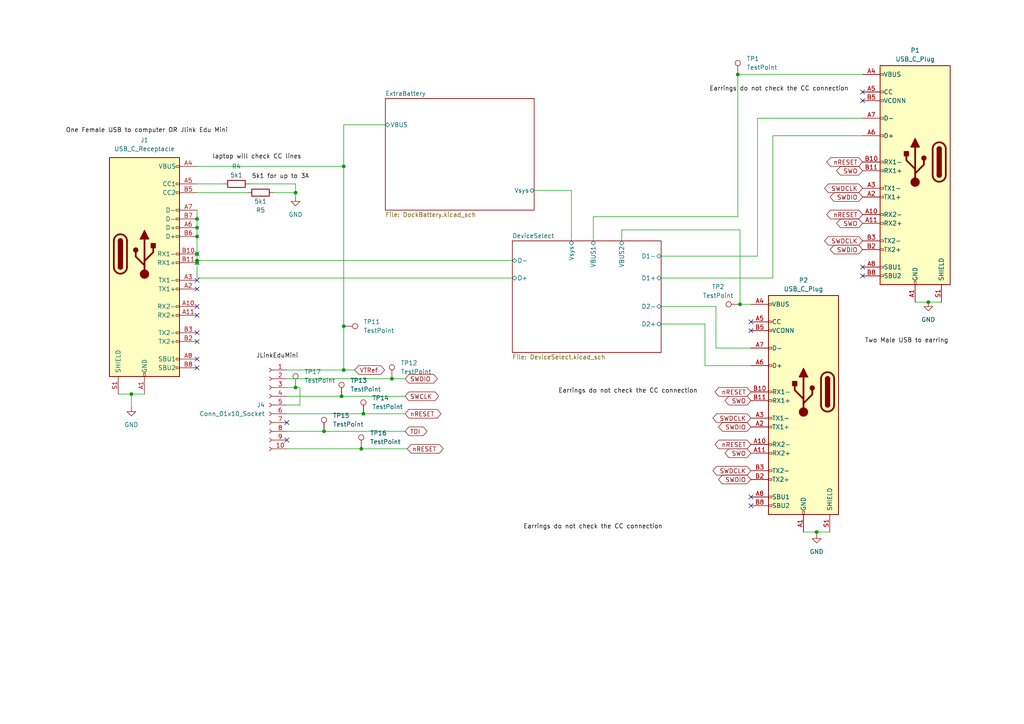
<source format=kicad_sch>
(kicad_sch (version 20230121) (generator eeschema)
  (paper "A4")
  (lib_symbols
    (symbol "Connector:Conn_01x10_Socket" (pin_names (offset 1.016) hide)
      (property "Reference" "J" (at 0 12.7 0))
      (property "Value" "Conn_01x10_Socket" (at 0 -15.24 0))
      (symbol "Conn_01x10_Socket_1_1"
        (arc (start 0 -12.192) (mid -0.5058 -12.7) (end 0 -13.208) (stroke (width 0.1524)))
        (arc (start 0 -9.652) (mid -0.5058 -10.16) (end 0 -10.668) (stroke (width 0.1524)))
        (arc (start 0 -7.112) (mid -0.5058 -7.62) (end 0 -8.128) (stroke (width 0.1524)))
        (arc (start 0 -4.572) (mid -0.5058 -5.08) (end 0 -5.588) (stroke (width 0.1524)))
        (arc (start 0 -2.032) (mid -0.5058 -2.54) (end 0 -3.048) (stroke (width 0.1524)))
        (polyline (pts (xy -1.27 -12.7) (xy -0.508 -12.7)) (stroke (width 0.1524)))
        (polyline (pts (xy -1.27 -10.16) (xy -0.508 -10.16)) (stroke (width 0.1524)))
        (polyline (pts (xy -1.27 -7.62) (xy -0.508 -7.62)) (stroke (width 0.1524)))
        (polyline (pts (xy -1.27 -5.08) (xy -0.508 -5.08)) (stroke (width 0.1524)))
        (polyline (pts (xy -1.27 -2.54) (xy -0.508 -2.54)) (stroke (width 0.1524)))
        (polyline (pts (xy -1.27 0) (xy -0.508 0)) (stroke (width 0.1524)))
        (polyline (pts (xy -1.27 2.54) (xy -0.508 2.54)) (stroke (width 0.1524)))
        (polyline (pts (xy -1.27 5.08) (xy -0.508 5.08)) (stroke (width 0.1524)))
        (polyline (pts (xy -1.27 7.62) (xy -0.508 7.62)) (stroke (width 0.1524)))
        (polyline (pts (xy -1.27 10.16) (xy -0.508 10.16)) (stroke (width 0.1524)))
        (arc (start 0 0.508) (mid -0.5058 0) (end 0 -0.508) (stroke (width 0.1524)))
        (arc (start 0 3.048) (mid -0.5058 2.54) (end 0 2.032) (stroke (width 0.1524)))
        (arc (start 0 5.588) (mid -0.5058 5.08) (end 0 4.572) (stroke (width 0.1524)))
        (arc (start 0 8.128) (mid -0.5058 7.62) (end 0 7.112) (stroke (width 0.1524)))
        (arc (start 0 10.668) (mid -0.5058 10.16) (end 0 9.652) (stroke (width 0.1524)))
        (pin passive line (at -5.08 10.16 0) (length 3.81) (name "Pin_1") (number "1"))
        (pin passive line (at -5.08 -12.7 0) (length 3.81) (name "Pin_10") (number "10"))
        (pin passive line (at -5.08 7.62 0) (length 3.81) (name "Pin_2") (number "2"))
        (pin passive line (at -5.08 5.08 0) (length 3.81) (name "Pin_3") (number "3"))
        (pin passive line (at -5.08 2.54 0) (length 3.81) (name "Pin_4") (number "4"))
        (pin passive line (at -5.08 0 0) (length 3.81) (name "Pin_5") (number "5"))
        (pin passive line (at -5.08 -2.54 0) (length 3.81) (name "Pin_6") (number "6"))
        (pin passive line (at -5.08 -5.08 0) (length 3.81) (name "Pin_7") (number "7"))
        (pin passive line (at -5.08 -7.62 0) (length 3.81) (name "Pin_8") (number "8"))
        (pin passive line (at -5.08 -10.16 0) (length 3.81) (name "Pin_9") (number "9"))
      )
    )
    (symbol "Connector:TestPoint" (pin_numbers hide) (pin_names (offset 0.762) hide)
      (property "Reference" "TP" (at 0 6.858 0))
      (property "Value" "TestPoint" (at 0 5.08 0))
      (symbol "TestPoint_0_1"
        (circle (center 0 3.302) (radius 0.762))
      )
      (symbol "TestPoint_1_1"
        (pin passive line (at 0 0 90) (length 2.54) (name "1") (number "1"))
      )
    )
    (symbol "Connector:USB_C_Plug" (pin_names (offset 1.016))
      (property "Reference" "P" (at -10.16 29.21 0))
      (property "Value" "USB_C_Plug" (at 10.16 29.21 0))
      (symbol "USB_C_Plug_0_0"
        (rectangle (start -0.254 -35.56) (end 0.254 -34.544))
        (rectangle (start 10.16 -32.766) (end 9.144 -33.274))
        (rectangle (start 10.16 -30.226) (end 9.144 -30.734))
        (rectangle (start 10.16 -25.146) (end 9.144 -25.654))
        (rectangle (start 10.16 -22.606) (end 9.144 -23.114))
        (rectangle (start 10.16 -17.526) (end 9.144 -18.034))
        (rectangle (start 10.16 -14.986) (end 9.144 -15.494))
        (rectangle (start 10.16 -9.906) (end 9.144 -10.414))
        (rectangle (start 10.16 -7.366) (end 9.144 -7.874))
        (rectangle (start 10.16 -2.286) (end 9.144 -2.794))
        (rectangle (start 10.16 0.254) (end 9.144 -0.254))
        (rectangle (start 10.16 7.874) (end 9.144 7.366))
        (rectangle (start 10.16 12.954) (end 9.144 12.446))
        (rectangle (start 10.16 18.034) (end 9.144 17.526))
        (rectangle (start 10.16 20.574) (end 9.144 20.066))
        (rectangle (start 10.16 25.654) (end 9.144 25.146))
      )
      (symbol "USB_C_Plug_0_1"
        (rectangle (start -10.16 27.94) (end 10.16 -35.56) (stroke (width 0.254)) (fill (type background)))
        (arc (start -8.89 -3.81) (mid -6.985 -5.7067) (end -5.08 -3.81) (stroke (width 0.508)))
        (arc (start -7.62 -3.81) (mid -6.985 -4.4423) (end -6.35 -3.81) (stroke (width 0.254)))
        (arc (start -7.62 -3.81) (mid -6.985 -4.4423) (end -6.35 -3.81) (stroke (width 0.254)) (fill (type outline)))
        (rectangle (start -7.62 -3.81) (end -6.35 3.81) (stroke (width 0.254)) (fill (type outline)))
        (arc (start -6.35 3.81) (mid -6.985 4.4423) (end -7.62 3.81) (stroke (width 0.254)))
        (arc (start -6.35 3.81) (mid -6.985 4.4423) (end -7.62 3.81) (stroke (width 0.254)) (fill (type outline)))
        (arc (start -5.08 3.81) (mid -6.985 5.7067) (end -8.89 3.81) (stroke (width 0.508)))
        (polyline (pts (xy -8.89 -3.81) (xy -8.89 3.81)) (stroke (width 0.508)))
        (polyline (pts (xy -5.08 3.81) (xy -5.08 -3.81)) (stroke (width 0.508)))
      )
      (symbol "USB_C_Plug_1_1"
        (circle (center -2.54 1.143) (radius 0.635) (stroke (width 0.254)) (fill (type outline)))
        (circle (center 0 -5.842) (radius 1.27) (fill (type outline)))
        (polyline (pts (xy 0 -5.842) (xy 0 4.318)) (stroke (width 0.508)))
        (polyline (pts (xy 0 -3.302) (xy -2.54 -0.762) (xy -2.54 0.508)) (stroke (width 0.508)))
        (polyline (pts (xy 0 -2.032) (xy 2.54 0.508) (xy 2.54 1.778)) (stroke (width 0.508)))
        (polyline (pts (xy -1.27 4.318) (xy 0 6.858) (xy 1.27 4.318) (xy -1.27 4.318)) (stroke (width 0.254)) (fill (type outline)))
        (rectangle (start 1.905 1.778) (end 3.175 3.048) (stroke (width 0.254)) (fill (type outline)))
        (pin passive line (at 0 -40.64 90) (length 5.08) (name "GND") (number "A1"))
        (pin bidirectional line (at 15.24 -15.24 180) (length 5.08) (name "RX2-") (number "A10"))
        (pin bidirectional line (at 15.24 -17.78 180) (length 5.08) (name "RX2+") (number "A11"))
        (pin passive line (at 0 -40.64 90) (length 5.08) hide (name "GND") (number "A12"))
        (pin bidirectional line (at 15.24 -10.16 180) (length 5.08) (name "TX1+") (number "A2"))
        (pin bidirectional line (at 15.24 -7.62 180) (length 5.08) (name "TX1-") (number "A3"))
        (pin passive line (at 15.24 25.4 180) (length 5.08) (name "VBUS") (number "A4"))
        (pin bidirectional line (at 15.24 20.32 180) (length 5.08) (name "CC") (number "A5"))
        (pin bidirectional line (at 15.24 7.62 180) (length 5.08) (name "D+") (number "A6"))
        (pin bidirectional line (at 15.24 12.7 180) (length 5.08) (name "D-") (number "A7"))
        (pin bidirectional line (at 15.24 -30.48 180) (length 5.08) (name "SBU1") (number "A8"))
        (pin passive line (at 15.24 25.4 180) (length 5.08) hide (name "VBUS") (number "A9"))
        (pin passive line (at 0 -40.64 90) (length 5.08) hide (name "GND") (number "B1"))
        (pin bidirectional line (at 15.24 0 180) (length 5.08) (name "RX1-") (number "B10"))
        (pin bidirectional line (at 15.24 -2.54 180) (length 5.08) (name "RX1+") (number "B11"))
        (pin passive line (at 0 -40.64 90) (length 5.08) hide (name "GND") (number "B12"))
        (pin bidirectional line (at 15.24 -25.4 180) (length 5.08) (name "TX2+") (number "B2"))
        (pin bidirectional line (at 15.24 -22.86 180) (length 5.08) (name "TX2-") (number "B3"))
        (pin passive line (at 15.24 25.4 180) (length 5.08) hide (name "VBUS") (number "B4"))
        (pin bidirectional line (at 15.24 17.78 180) (length 5.08) (name "VCONN") (number "B5"))
        (pin bidirectional line (at 15.24 -33.02 180) (length 5.08) (name "SBU2") (number "B8"))
        (pin passive line (at 15.24 25.4 180) (length 5.08) hide (name "VBUS") (number "B9"))
        (pin passive line (at -7.62 -40.64 90) (length 5.08) (name "SHIELD") (number "S1"))
      )
    )
    (symbol "Connector:USB_C_Receptacle" (pin_names (offset 1.016))
      (property "Reference" "J" (at -10.16 29.21 0))
      (property "Value" "USB_C_Receptacle" (at 10.16 29.21 0))
      (symbol "USB_C_Receptacle_0_0"
        (rectangle (start -0.254 -35.56) (end 0.254 -34.544))
        (rectangle (start 10.16 -32.766) (end 9.144 -33.274))
        (rectangle (start 10.16 -30.226) (end 9.144 -30.734))
        (rectangle (start 10.16 -25.146) (end 9.144 -25.654))
        (rectangle (start 10.16 -22.606) (end 9.144 -23.114))
        (rectangle (start 10.16 -17.526) (end 9.144 -18.034))
        (rectangle (start 10.16 -14.986) (end 9.144 -15.494))
        (rectangle (start 10.16 -9.906) (end 9.144 -10.414))
        (rectangle (start 10.16 -7.366) (end 9.144 -7.874))
        (rectangle (start 10.16 -2.286) (end 9.144 -2.794))
        (rectangle (start 10.16 0.254) (end 9.144 -0.254))
        (rectangle (start 10.16 5.334) (end 9.144 4.826))
        (rectangle (start 10.16 7.874) (end 9.144 7.366))
        (rectangle (start 10.16 10.414) (end 9.144 9.906))
        (rectangle (start 10.16 12.954) (end 9.144 12.446))
        (rectangle (start 10.16 18.034) (end 9.144 17.526))
        (rectangle (start 10.16 20.574) (end 9.144 20.066))
        (rectangle (start 10.16 25.654) (end 9.144 25.146))
      )
      (symbol "USB_C_Receptacle_0_1"
        (rectangle (start -10.16 27.94) (end 10.16 -35.56) (stroke (width 0.254)) (fill (type background)))
        (arc (start -8.89 -3.81) (mid -6.985 -5.7067) (end -5.08 -3.81) (stroke (width 0.508)))
        (arc (start -7.62 -3.81) (mid -6.985 -4.4423) (end -6.35 -3.81) (stroke (width 0.254)))
        (arc (start -7.62 -3.81) (mid -6.985 -4.4423) (end -6.35 -3.81) (stroke (width 0.254)) (fill (type outline)))
        (rectangle (start -7.62 -3.81) (end -6.35 3.81) (stroke (width 0.254)) (fill (type outline)))
        (arc (start -6.35 3.81) (mid -6.985 4.4423) (end -7.62 3.81) (stroke (width 0.254)))
        (arc (start -6.35 3.81) (mid -6.985 4.4423) (end -7.62 3.81) (stroke (width 0.254)) (fill (type outline)))
        (arc (start -5.08 3.81) (mid -6.985 5.7067) (end -8.89 3.81) (stroke (width 0.508)))
        (polyline (pts (xy -8.89 -3.81) (xy -8.89 3.81)) (stroke (width 0.508)))
        (polyline (pts (xy -5.08 3.81) (xy -5.08 -3.81)) (stroke (width 0.508)))
      )
      (symbol "USB_C_Receptacle_1_1"
        (circle (center -2.54 1.143) (radius 0.635) (stroke (width 0.254)) (fill (type outline)))
        (circle (center 0 -5.842) (radius 1.27) (fill (type outline)))
        (polyline (pts (xy 0 -5.842) (xy 0 4.318)) (stroke (width 0.508)))
        (polyline (pts (xy 0 -3.302) (xy -2.54 -0.762) (xy -2.54 0.508)) (stroke (width 0.508)))
        (polyline (pts (xy 0 -2.032) (xy 2.54 0.508) (xy 2.54 1.778)) (stroke (width 0.508)))
        (polyline (pts (xy -1.27 4.318) (xy 0 6.858) (xy 1.27 4.318) (xy -1.27 4.318)) (stroke (width 0.254)) (fill (type outline)))
        (rectangle (start 1.905 1.778) (end 3.175 3.048) (stroke (width 0.254)) (fill (type outline)))
        (pin passive line (at 0 -40.64 90) (length 5.08) (name "GND") (number "A1"))
        (pin bidirectional line (at 15.24 -15.24 180) (length 5.08) (name "RX2-") (number "A10"))
        (pin bidirectional line (at 15.24 -17.78 180) (length 5.08) (name "RX2+") (number "A11"))
        (pin passive line (at 0 -40.64 90) (length 5.08) hide (name "GND") (number "A12"))
        (pin bidirectional line (at 15.24 -10.16 180) (length 5.08) (name "TX1+") (number "A2"))
        (pin bidirectional line (at 15.24 -7.62 180) (length 5.08) (name "TX1-") (number "A3"))
        (pin passive line (at 15.24 25.4 180) (length 5.08) (name "VBUS") (number "A4"))
        (pin bidirectional line (at 15.24 20.32 180) (length 5.08) (name "CC1") (number "A5"))
        (pin bidirectional line (at 15.24 7.62 180) (length 5.08) (name "D+") (number "A6"))
        (pin bidirectional line (at 15.24 12.7 180) (length 5.08) (name "D-") (number "A7"))
        (pin bidirectional line (at 15.24 -30.48 180) (length 5.08) (name "SBU1") (number "A8"))
        (pin passive line (at 15.24 25.4 180) (length 5.08) hide (name "VBUS") (number "A9"))
        (pin passive line (at 0 -40.64 90) (length 5.08) hide (name "GND") (number "B1"))
        (pin bidirectional line (at 15.24 0 180) (length 5.08) (name "RX1-") (number "B10"))
        (pin bidirectional line (at 15.24 -2.54 180) (length 5.08) (name "RX1+") (number "B11"))
        (pin passive line (at 0 -40.64 90) (length 5.08) hide (name "GND") (number "B12"))
        (pin bidirectional line (at 15.24 -25.4 180) (length 5.08) (name "TX2+") (number "B2"))
        (pin bidirectional line (at 15.24 -22.86 180) (length 5.08) (name "TX2-") (number "B3"))
        (pin passive line (at 15.24 25.4 180) (length 5.08) hide (name "VBUS") (number "B4"))
        (pin bidirectional line (at 15.24 17.78 180) (length 5.08) (name "CC2") (number "B5"))
        (pin bidirectional line (at 15.24 5.08 180) (length 5.08) (name "D+") (number "B6"))
        (pin bidirectional line (at 15.24 10.16 180) (length 5.08) (name "D-") (number "B7"))
        (pin bidirectional line (at 15.24 -33.02 180) (length 5.08) (name "SBU2") (number "B8"))
        (pin passive line (at 15.24 25.4 180) (length 5.08) hide (name "VBUS") (number "B9"))
        (pin passive line (at -7.62 -40.64 90) (length 5.08) (name "SHIELD") (number "S1"))
      )
    )
    (symbol "Device:R" (pin_numbers hide) (pin_names (offset 0))
      (property "Reference" "R" (at 2.032 0 90))
      (property "Value" "R" (at 0 0 90))
      (symbol "R_0_1"
        (rectangle (start -1.016 -2.54) (end 1.016 2.54) (stroke (width 0.254)))
      )
      (symbol "R_1_1"
        (pin passive line (at 0 3.81 270) (length 1.27) (name "~") (number "1"))
        (pin passive line (at 0 -3.81 90) (length 1.27) (name "~") (number "2"))
      )
    )
    (symbol "power:GND" (power) (pin_names (offset 0))
      (property "Value" "GND" (at 0 -3.81 0))
      (symbol "GND_0_1"
        (polyline (pts (xy 0 0) (xy 0 -1.27) (xy 1.27 -1.27) (xy 0 -2.54) (xy -1.27 -1.27) (xy 0 -1.27)))
      )
      (symbol "GND_1_1"
        (pin power_in line (at 0 0 270) (length 0) hide (name "GND") (number "1"))
      )
    )
  )
  (junction (at 113.665 109.855))
  (junction (at 85.725 55.88))
  (junction (at 99.695 107.315))
  (junction (at 99.695 94.615))
  (junction (at 57.15 63.5))
  (junction (at 93.98 125.095))
  (junction (at 104.775 130.175))
  (junction (at 57.15 76.2))
  (junction (at 213.995 21.59))
  (junction (at 236.855 154.305))
  (junction (at 85.725 112.395))
  (junction (at 57.15 75.565))
  (junction (at 57.15 68.58))
  (junction (at 57.15 66.04))
  (junction (at 214.63 88.265))
  (junction (at 99.695 48.26))
  (junction (at 269.24 87.63))
  (junction (at 38.1 114.3))
  (junction (at 105.41 120.015))
  (junction (at 57.15 73.66))
  (junction (at 99.06 114.935))
  (no_connect (at 83.185 122.555))
  (no_connect (at 217.805 146.685))
  (no_connect (at 250.19 29.21))
  (no_connect (at 83.185 127.635))
  (no_connect (at 57.15 96.52))
  (no_connect (at 57.15 88.9))
  (no_connect (at 57.15 104.14))
  (no_connect (at 57.15 99.06))
  (no_connect (at 250.19 77.47))
  (no_connect (at 57.15 83.82))
  (no_connect (at 57.15 91.44))
  (no_connect (at 250.19 26.67))
  (no_connect (at 217.805 93.345))
  (no_connect (at 57.15 76.2))
  (no_connect (at 57.15 73.66))
  (no_connect (at 217.805 95.885))
  (no_connect (at 217.805 144.145))
  (no_connect (at 57.15 106.68))
  (no_connect (at 250.19 80.01))
  (no_connect (at 57.15 81.28))
  (wire (pts (xy 105.41 120.015) (xy 117.475 120.015)))
  (wire (pts (xy 57.15 73.66) (xy 57.15 75.565)))
  (wire (pts (xy 83.185 120.015) (xy 105.41 120.015)))
  (wire (pts (xy 85.725 112.395) (xy 86.995 112.395)))
  (wire (pts (xy 191.77 88.9) (xy 207.645 88.9)))
  (wire (pts (xy 57.15 60.96) (xy 57.15 63.5)))
  (wire (pts (xy 57.15 73.66) (xy 57.15 68.58)))
  (wire (pts (xy 117.475 109.855) (xy 113.665 109.855)))
  (wire (pts (xy 86.995 117.475) (xy 83.185 117.475)))
  (wire (pts (xy 180.34 66.675) (xy 214.63 66.675)))
  (wire (pts (xy 93.98 125.095) (xy 83.185 125.095)))
  (wire (pts (xy 83.185 130.175) (xy 104.775 130.175)))
  (wire (pts (xy 204.47 106.045) (xy 217.805 106.045)))
  (wire (pts (xy 236.855 154.305) (xy 236.855 154.94)))
  (wire (pts (xy 83.185 107.315) (xy 99.695 107.315)))
  (wire (pts (xy 191.77 74.295) (xy 219.71 74.295)))
  (wire (pts (xy 57.15 76.2) (xy 57.15 75.565)))
  (wire (pts (xy 217.805 88.265) (xy 214.63 88.265)))
  (wire (pts (xy 34.29 114.3) (xy 38.1 114.3)))
  (wire (pts (xy 57.15 66.04) (xy 57.15 63.5)))
  (wire (pts (xy 219.71 34.29) (xy 250.19 34.29)))
  (wire (pts (xy 224.155 39.37) (xy 250.19 39.37)))
  (wire (pts (xy 99.695 107.315) (xy 102.87 107.315)))
  (wire (pts (xy 99.695 48.26) (xy 99.695 94.615)))
  (wire (pts (xy 57.15 75.565) (xy 148.59 75.565)))
  (wire (pts (xy 172.085 62.865) (xy 213.995 62.865)))
  (wire (pts (xy 86.995 112.395) (xy 86.995 117.475)))
  (wire (pts (xy 99.695 36.195) (xy 99.695 48.26)))
  (wire (pts (xy 207.645 100.965) (xy 217.805 100.965)))
  (wire (pts (xy 180.34 66.675) (xy 180.34 69.85)))
  (wire (pts (xy 117.475 125.095) (xy 93.98 125.095)))
  (wire (pts (xy 236.855 154.305) (xy 240.665 154.305)))
  (wire (pts (xy 113.665 109.855) (xy 83.185 109.855)))
  (wire (pts (xy 265.43 87.63) (xy 269.24 87.63)))
  (wire (pts (xy 165.735 55.245) (xy 165.735 69.85)))
  (wire (pts (xy 154.94 55.245) (xy 165.735 55.245)))
  (wire (pts (xy 38.1 114.3) (xy 38.1 118.11)))
  (wire (pts (xy 41.91 114.3) (xy 38.1 114.3)))
  (wire (pts (xy 85.725 53.34) (xy 85.725 55.88)))
  (wire (pts (xy 57.15 80.645) (xy 148.59 80.645)))
  (wire (pts (xy 219.71 34.29) (xy 219.71 74.295)))
  (wire (pts (xy 57.15 48.26) (xy 99.695 48.26)))
  (wire (pts (xy 117.475 114.935) (xy 99.06 114.935)))
  (wire (pts (xy 213.995 21.59) (xy 250.19 21.59)))
  (wire (pts (xy 57.15 66.04) (xy 57.15 68.58)))
  (wire (pts (xy 224.155 80.645) (xy 224.155 39.37)))
  (wire (pts (xy 72.39 53.34) (xy 85.725 53.34)))
  (wire (pts (xy 85.725 55.88) (xy 79.375 55.88)))
  (wire (pts (xy 191.77 80.645) (xy 224.155 80.645)))
  (wire (pts (xy 213.995 21.59) (xy 213.995 62.865)))
  (wire (pts (xy 85.725 57.15) (xy 85.725 55.88)))
  (wire (pts (xy 57.15 55.88) (xy 71.755 55.88)))
  (wire (pts (xy 104.775 130.175) (xy 118.11 130.175)))
  (wire (pts (xy 204.47 93.98) (xy 191.77 93.98)))
  (wire (pts (xy 99.06 114.935) (xy 83.185 114.935)))
  (wire (pts (xy 214.63 66.675) (xy 214.63 88.265)))
  (wire (pts (xy 57.15 53.34) (xy 64.77 53.34)))
  (wire (pts (xy 269.24 87.63) (xy 273.05 87.63)))
  (wire (pts (xy 99.695 94.615) (xy 99.695 107.315)))
  (wire (pts (xy 83.185 112.395) (xy 85.725 112.395)))
  (wire (pts (xy 111.76 36.195) (xy 99.695 36.195)))
  (wire (pts (xy 172.085 69.85) (xy 172.085 62.865)))
  (wire (pts (xy 207.645 88.9) (xy 207.645 100.965)))
  (wire (pts (xy 204.47 106.045) (xy 204.47 93.98)))
  (wire (pts (xy 57.15 80.645) (xy 57.15 76.2)))
  (wire (pts (xy 233.045 154.305) (xy 236.855 154.305)))
  (label "Two Male USB to earring" (at 250.825 99.695 0))
  (label "One Female USB to computer OR Jlink Edu Mini" (at 19.05 38.735 0))
  (label "laptop will check CC lines" (at 61.595 46.355 0))
  (label "Earrings do not check the CC connection" (at 161.925 114.3 0))
  (label "5k1 for up to 3A" (at 73.025 52.07 0))
  (label "Earrings do not check the CC connection" (at 205.74 26.67 0))
  (label "JLinkEduMini" (at 74.295 104.14 0))
  (label "Earrings do not check the CC connection" (at 151.765 153.67 0))
  (global_label "SWDIO" (shape bidirectional) (at 250.19 57.15 180) (property "Intersheetrefs" "${INTERSHEET_REFS}" (effects hide)))
  (global_label "SWO" (shape bidirectional) (at 217.805 131.445 180) (property "Intersheetrefs" "${INTERSHEET_REFS}" (effects hide)))
  (global_label "nRESET" (shape bidirectional) (at 250.19 62.23 180) (property "Intersheetrefs" "${INTERSHEET_REFS}" (effects hide)))
  (global_label "SWDIO" (shape bidirectional) (at 217.805 123.825 180) (property "Intersheetrefs" "${INTERSHEET_REFS}" (effects hide)))
  (global_label "nRESET" (shape bidirectional) (at 217.805 113.665 180) (property "Intersheetrefs" "${INTERSHEET_REFS}" (effects hide)))
  (global_label "SWDIO" (shape bidirectional) (at 250.19 72.39 180) (property "Intersheetrefs" "${INTERSHEET_REFS}" (effects hide)))
  (global_label "SWDIO" (shape bidirectional) (at 117.475 109.855 0) (property "Intersheetrefs" "${INTERSHEET_REFS}" (effects hide)))
  (global_label "nRESET" (shape bidirectional) (at 117.475 120.015 0) (property "Intersheetrefs" "${INTERSHEET_REFS}" (effects hide)))
  (global_label "SWDCLK" (shape bidirectional) (at 217.805 121.285 180) (property "Intersheetrefs" "${INTERSHEET_REFS}" (effects hide)))
  (global_label "SWDCLK" (shape bidirectional) (at 250.19 69.85 180) (property "Intersheetrefs" "${INTERSHEET_REFS}" (effects hide)))
  (global_label "nRESET" (shape bidirectional) (at 118.11 130.175 0) (property "Intersheetrefs" "${INTERSHEET_REFS}" (effects hide)))
  (global_label "SWDCLK" (shape bidirectional) (at 250.19 54.61 180) (property "Intersheetrefs" "${INTERSHEET_REFS}" (effects hide)))
  (global_label "nRESET" (shape bidirectional) (at 217.805 128.905 180) (property "Intersheetrefs" "${INTERSHEET_REFS}" (effects hide)))
  (global_label "VTRef" (shape bidirectional) (at 102.87 107.315 0) (property "Intersheetrefs" "${INTERSHEET_REFS}" (effects hide)))
  (global_label "SWDIO" (shape bidirectional) (at 217.805 139.065 180) (property "Intersheetrefs" "${INTERSHEET_REFS}" (effects hide)))
  (global_label "SWDCLK" (shape bidirectional) (at 217.805 136.525 180) (property "Intersheetrefs" "${INTERSHEET_REFS}" (effects hide)))
  (global_label "SWO" (shape bidirectional) (at 250.19 64.77 180) (property "Intersheetrefs" "${INTERSHEET_REFS}" (effects hide)))
  (global_label "TDI" (shape bidirectional) (at 117.475 125.095 0) (property "Intersheetrefs" "${INTERSHEET_REFS}" (effects hide)))
  (global_label "SWO" (shape bidirectional) (at 250.19 49.53 180) (property "Intersheetrefs" "${INTERSHEET_REFS}" (effects hide)))
  (global_label "SWCLK" (shape bidirectional) (at 117.475 114.935 0) (property "Intersheetrefs" "${INTERSHEET_REFS}" (effects hide)))
  (global_label "nRESET" (shape bidirectional) (at 250.19 46.99 180) (property "Intersheetrefs" "${INTERSHEET_REFS}" (effects hide)))
  (global_label "SWO" (shape bidirectional) (at 217.805 116.205 180) (property "Intersheetrefs" "${INTERSHEET_REFS}" (effects hide)))
  (symbol (lib_id "Connector:TestPoint") (at 93.98 125.095 0) (unit 1)
    (property "Reference" "TP15" (at 96.52 120.523 0) (effects (justify left)))
    (property "Value" "TestPoint" (at 96.52 123.063 0) (effects (justify left)))
    (property "Footprint" "TestPoint:TestPoint_Pad_D1.0mm" (effects hide))
  )
  (symbol (lib_id "Device:R") (at 75.565 55.88 270) (unit 1)
    (property "Reference" "R5" (at 75.565 60.96 90))
    (property "Value" "5k1" (at 75.565 58.42 90))
    (property "Footprint" "Resistor_SMD:R_0402_1005Metric_Pad0.72x0.64mm_HandSolder" (effects hide))
    (property "LCSC Part" "C103086" (effects hide))
  )
  (symbol (lib_id "Connector:TestPoint") (at 85.725 112.395 0) (unit 1)
    (property "Reference" "TP17" (at 88.265 107.823 0) (effects (justify left)))
    (property "Value" "TestPoint" (at 88.265 110.363 0) (effects (justify left)))
    (property "Footprint" "TestPoint:TestPoint_Pad_D1.0mm" (effects hide))
  )
  (symbol (lib_id "Connector:TestPoint") (at 105.41 120.015 0) (unit 1)
    (property "Reference" "TP14" (at 107.95 115.443 0) (effects (justify left)))
    (property "Value" "TestPoint" (at 107.95 117.983 0) (effects (justify left)))
    (property "Footprint" "TestPoint:TestPoint_Pad_D1.0mm" (effects hide))
  )
  (symbol (lib_id "Connector:TestPoint") (at 99.06 114.935 0) (unit 1)
    (property "Reference" "TP13" (at 101.6 110.363 0) (effects (justify left)))
    (property "Value" "TestPoint" (at 101.6 112.903 0) (effects (justify left)))
    (property "Footprint" "TestPoint:TestPoint_Pad_D1.0mm" (effects hide))
  )
  (symbol (lib_id "Connector:USB_C_Plug") (at 233.045 113.665 0) (mirror y) (unit 1)
    (property "Reference" "P2" (at 233.045 81.28 0))
    (property "Value" "USB_C_Plug" (at 233.045 83.82 0))
    (property "Footprint" "easyeda2kicad:USB-C-SMD_TYPE-C-24P-GTJB-040" (effects hide))
    (property "Datasheet" "https://www.usb.org/sites/default/files/documents/usb_type-c.zip" (effects hide))
    (property "LCSC Part" "C2763095" (effects hide))
  )
  (symbol (lib_id "Device:R") (at 68.58 53.34 270) (mirror x) (unit 1)
    (property "Reference" "R4" (at 68.58 48.26 90))
    (property "Value" "5k1" (at 68.58 50.8 90))
    (property "Footprint" "Resistor_SMD:R_0402_1005Metric_Pad0.72x0.64mm_HandSolder" (effects hide))
    (property "LCSC Part" "C103086" (effects hide))
  )
  (symbol (lib_id "Connector:TestPoint") (at 213.995 21.59 0) (unit 1)
    (property "Reference" "TP1" (at 216.535 17.018 0) (effects (justify left)))
    (property "Value" "TestPoint" (at 216.535 19.558 0) (effects (justify left)))
    (property "Footprint" "TestPoint:TestPoint_Pad_D1.0mm" (effects hide))
  )
  (symbol (lib_id "Connector:TestPoint") (at 214.63 88.265 90) (unit 1)
    (property "Reference" "TP2" (at 208.28 83.185 90))
    (property "Value" "TestPoint" (at 208.28 85.725 90))
    (property "Footprint" "TestPoint:TestPoint_Pad_D1.0mm" (effects hide))
  )
  (symbol (lib_id "Connector:TestPoint") (at 113.665 109.855 0) (unit 1)
    (property "Reference" "TP12" (at 116.205 105.283 0) (effects (justify left)))
    (property "Value" "TestPoint" (at 116.205 107.823 0) (effects (justify left)))
    (property "Footprint" "TestPoint:TestPoint_Pad_D1.0mm" (effects hide))
  )
  (symbol (lib_id "Connector:TestPoint") (at 99.695 94.615 270) (unit 1)
    (property "Reference" "TP11" (at 105.41 93.345 90) (effects (justify left)))
    (property "Value" "TestPoint" (at 105.41 95.885 90) (effects (justify left)))
    (property "Footprint" "TestPoint:TestPoint_Pad_D1.0mm" (effects hide))
  )
  (symbol (lib_id "Connector:Conn_01x10_Socket") (at 78.105 117.475 0) (mirror y) (unit 1)
    (property "Reference" "J4" (at 76.835 117.475 0) (effects (justify left)))
    (property "Value" "Conn_01x10_Socket" (at 76.835 120.015 0) (effects (justify left)))
    (property "Footprint" "easyeda2kicad:HDR-TH_10P-P1.27-V-M-R2-C5-S1.27-1" (effects hide))
    (property "LCSC Part" "C2935953" (effects hide))
  )
  (symbol (lib_id "Connector:TestPoint") (at 104.775 130.175 0) (unit 1)
    (property "Reference" "TP16" (at 107.315 125.603 0) (effects (justify left)))
    (property "Value" "TestPoint" (at 107.315 128.143 0) (effects (justify left)))
    (property "Footprint" "TestPoint:TestPoint_Pad_D1.0mm" (effects hide))
  )
  (symbol (lib_id "power:GND") (at 38.1 118.11 0) (unit 1)
    (property "Reference" "#PWR01" (effects hide))
    (property "Value" "GND" (at 38.1 123.19 0))
  )
  (symbol (lib_id "Connector:USB_C_Receptacle") (at 41.91 73.66 0) (unit 1)
    (property "Reference" "J1" (at 41.91 40.64 0))
    (property "Value" "USB_C_Receptacle" (at 41.91 43.18 0))
    (property "Footprint" "easyeda2kicad:TYPE-C-SMD_C9900025773" (effects hide))
    (property "Datasheet" "https://www.usb.org/sites/default/files/documents/usb_type-c.zip" (effects hide))
    (property "LCSC Part" "C5156605" (effects hide))
  )
  (symbol (lib_id "power:GND") (at 269.24 87.63 0) (unit 1)
    (property "Reference" "#PWR02" (effects hide))
    (property "Value" "GND" (at 269.24 92.71 0))
  )
  (symbol (lib_id "power:GND") (at 85.725 57.15 0) (unit 1)
    (property "Reference" "#PWR015" (effects hide))
    (property "Value" "GND" (at 85.725 62.23 0))
  )
  (symbol (lib_id "power:GND") (at 236.855 154.94 0) (unit 1)
    (property "Reference" "#PWR03" (effects hide))
    (property "Value" "GND" (at 236.855 160.02 0))
  )
  (symbol (lib_id "Connector:USB_C_Plug") (at 265.43 46.99 0) (mirror y) (unit 1)
    (property "Reference" "P1" (at 265.43 14.605 0))
    (property "Value" "USB_C_Plug" (at 265.43 17.145 0))
    (property "Footprint" "easyeda2kicad:USB-C-SMD_TYPE-C-24P-GTJB-040" (effects hide))
    (property "Datasheet" "https://www.usb.org/sites/default/files/documents/usb_type-c.zip" (effects hide))
    (property "LCSC Part" "C2763095" (effects hide))
  )
  (sheet (at 148.59 69.85) (size 43.18 32.385) (stroke (width 0.1524))
    (property "Sheetname" "DeviceSelect" (at 148.59 69.1384 0) (effects (justify left bottom)))
    (property "Sheetfile" "DeviceSelect.kicad_sch" (at 148.59 102.8196 0) (effects (justify left top)))
    (pin "D+" bidirectional (at 148.59 80.645 180))
    (pin "D-" bidirectional (at 148.59 75.565 180))
    (pin "D1+" bidirectional (at 191.77 80.645 0))
    (pin "D2+" bidirectional (at 191.77 93.98 0))
    (pin "D1-" bidirectional (at 191.77 74.295 0))
    (pin "D2-" bidirectional (at 191.77 88.9 0))
    (pin "VBUS1" bidirectional (at 172.085 69.85 90))
    (pin "VBUS2" bidirectional (at 180.34 69.85 90))
    (pin "Vsys" bidirectional (at 165.735 69.85 90))
  )
  (sheet (at 111.76 28.575) (size 43.18 32.385) (stroke (width 0.1524))
    (property "Sheetname" "ExtraBattery" (at 111.76 27.8634 0) (effects (justify left bottom)))
    (property "Sheetfile" "DockBattery.kicad_sch" (at 111.76 61.5446 0) (effects (justify left top)))
    (pin "VBUS" bidirectional (at 111.76 36.195 180))
    (pin "Vsys" bidirectional (at 154.94 55.245 0))
  )
)
</source>
